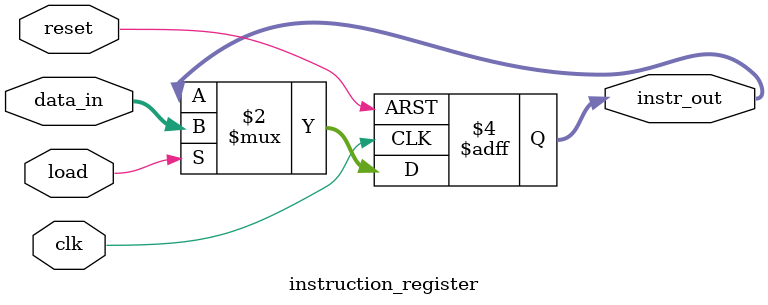
<source format=v>
`timescale 1ns / 1ps


// =============================================================
// Module: Instruction Register (IR)
// Function: Stores commands that have just been loaded from Memory.
// Characteristics: Register synchronizes with clk and reset signals.
// =============================================================
module instruction_register(
    input wire clk,
    input wire reset,
    input wire load,             
    input wire [7:0] data_in,
    output reg [7:0] instr_out   
);
    always @(posedge clk or posedge reset) begin
        if (reset)
            instr_out <= 8'b0;
        else if (load)
            instr_out <= data_in;
    end
endmodule

</source>
